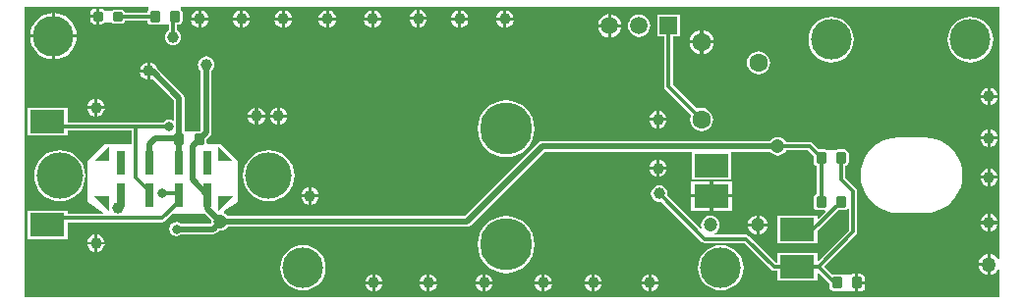
<source format=gtl>
G04 Layer_Physical_Order=1*
G04 Layer_Color=255*
%FSLAX42Y42*%
%MOMM*%
G71*
G01*
G75*
%ADD10R,3.00X2.00*%
G04:AMPARAMS|DCode=11|XSize=1mm|YSize=0.9mm|CornerRadius=0.11mm|HoleSize=0mm|Usage=FLASHONLY|Rotation=270.000|XOffset=0mm|YOffset=0mm|HoleType=Round|Shape=RoundedRectangle|*
%AMROUNDEDRECTD11*
21,1,1.00,0.68,0,0,270.0*
21,1,0.78,0.90,0,0,270.0*
1,1,0.23,-0.34,-0.39*
1,1,0.23,-0.34,0.39*
1,1,0.23,0.34,0.39*
1,1,0.23,0.34,-0.39*
%
%ADD11ROUNDEDRECTD11*%
%ADD12R,0.80X2.00*%
G04:AMPARAMS|DCode=13|XSize=0.8mm|YSize=0.8mm|CornerRadius=0.1mm|HoleSize=0mm|Usage=FLASHONLY|Rotation=180.000|XOffset=0mm|YOffset=0mm|HoleType=Round|Shape=RoundedRectangle|*
%AMROUNDEDRECTD13*
21,1,0.80,0.60,0,0,180.0*
21,1,0.60,0.80,0,0,180.0*
1,1,0.20,-0.30,0.30*
1,1,0.20,0.30,0.30*
1,1,0.20,0.30,-0.30*
1,1,0.20,-0.30,-0.30*
%
%ADD13ROUNDEDRECTD13*%
%ADD14C,0.30*%
%ADD15C,0.50*%
%ADD16C,4.50*%
%ADD17C,3.50*%
%ADD18C,1.20*%
%ADD19C,1.60*%
%ADD20C,4.00*%
%ADD21C,1.50*%
%ADD22R,1.50X1.50*%
%ADD23C,1.27*%
%ADD24C,1.00*%
%ADD25C,0.80*%
G36*
X8450Y379D02*
X8439Y375D01*
X8437Y375D01*
X8423Y393D01*
X8405Y408D01*
X8383Y417D01*
X8373Y418D01*
Y330D01*
Y242D01*
X8383Y243D01*
X8405Y252D01*
X8423Y267D01*
X8437Y285D01*
X8439Y285D01*
X8450Y281D01*
Y160D01*
Y50D01*
X8300Y50D01*
X50D01*
Y2550D01*
X1119D01*
X1120Y2548D01*
X1119Y2531D01*
X1112Y2521D01*
X1109Y2509D01*
Y2506D01*
X914D01*
X913Y2512D01*
X907Y2522D01*
X897Y2528D01*
X885Y2531D01*
X825D01*
X813Y2528D01*
X803Y2522D01*
X802Y2520D01*
X744D01*
X741Y2526D01*
X729Y2533D01*
X715Y2536D01*
X698D01*
Y2470D01*
Y2404D01*
X715D01*
X729Y2407D01*
X741Y2414D01*
X744Y2420D01*
X802D01*
X803Y2418D01*
X813Y2412D01*
X825Y2409D01*
X885D01*
X897Y2412D01*
X907Y2418D01*
X913Y2428D01*
X914Y2434D01*
X1109D01*
Y2431D01*
X1112Y2419D01*
X1119Y2409D01*
X1129Y2402D01*
X1141Y2399D01*
X1209D01*
X1219Y2401D01*
X1220Y2400D01*
X1294D01*
Y2351D01*
X1280Y2340D01*
X1269Y2325D01*
X1262Y2308D01*
X1259Y2290D01*
X1262Y2272D01*
X1269Y2255D01*
X1280Y2240D01*
X1295Y2229D01*
X1312Y2222D01*
X1330Y2219D01*
X1348Y2222D01*
X1365Y2229D01*
X1380Y2240D01*
X1391Y2255D01*
X1398Y2272D01*
X1401Y2290D01*
X1398Y2308D01*
X1391Y2325D01*
X1380Y2340D01*
X1366Y2351D01*
Y2399D01*
X1379D01*
X1391Y2402D01*
X1401Y2409D01*
X1408Y2419D01*
X1411Y2431D01*
Y2509D01*
X1408Y2521D01*
X1401Y2531D01*
X1400Y2548D01*
X1401Y2550D01*
X8450Y2550D01*
X8450Y379D01*
D02*
G37*
%LPC*%
G36*
X672Y2536D02*
X655D01*
X641Y2533D01*
X629Y2526D01*
X622Y2514D01*
X619Y2500D01*
Y2483D01*
X672D01*
Y2536D01*
D02*
G37*
G36*
X3455Y2527D02*
Y2465D01*
X3517D01*
X3516Y2472D01*
X3509Y2491D01*
X3496Y2506D01*
X3481Y2519D01*
X3462Y2526D01*
X3455Y2527D01*
D02*
G37*
G36*
X3430D02*
X3423Y2526D01*
X3405Y2519D01*
X3389Y2506D01*
X3377Y2491D01*
X3369Y2472D01*
X3368Y2465D01*
X3430D01*
Y2527D01*
D02*
G37*
G36*
X4203Y2524D02*
Y2463D01*
X4264D01*
X4263Y2470D01*
X4256Y2488D01*
X4244Y2504D01*
X4228Y2516D01*
X4210Y2523D01*
X4203Y2524D01*
D02*
G37*
G36*
X4177D02*
X4170Y2523D01*
X4152Y2516D01*
X4136Y2504D01*
X4124Y2488D01*
X4117Y2470D01*
X4116Y2463D01*
X4177D01*
Y2524D01*
D02*
G37*
G36*
X3813D02*
Y2463D01*
X3874D01*
X3873Y2470D01*
X3866Y2488D01*
X3854Y2504D01*
X3838Y2516D01*
X3820Y2523D01*
X3813Y2524D01*
D02*
G37*
G36*
X3787D02*
X3780Y2523D01*
X3762Y2516D01*
X3746Y2504D01*
X3734Y2488D01*
X3727Y2470D01*
X3726Y2463D01*
X3787D01*
Y2524D01*
D02*
G37*
G36*
X3063D02*
Y2463D01*
X3124D01*
X3123Y2470D01*
X3116Y2488D01*
X3104Y2504D01*
X3088Y2516D01*
X3070Y2523D01*
X3063Y2524D01*
D02*
G37*
G36*
X3037D02*
X3030Y2523D01*
X3012Y2516D01*
X2996Y2504D01*
X2984Y2488D01*
X2977Y2470D01*
X2976Y2463D01*
X3037D01*
Y2524D01*
D02*
G37*
G36*
X2673D02*
Y2463D01*
X2734D01*
X2733Y2470D01*
X2726Y2488D01*
X2714Y2504D01*
X2698Y2516D01*
X2680Y2523D01*
X2673Y2524D01*
D02*
G37*
G36*
X2647D02*
X2640Y2523D01*
X2622Y2516D01*
X2606Y2504D01*
X2594Y2488D01*
X2587Y2470D01*
X2586Y2463D01*
X2647D01*
Y2524D01*
D02*
G37*
G36*
X2293D02*
Y2463D01*
X2354D01*
X2353Y2470D01*
X2346Y2488D01*
X2334Y2504D01*
X2318Y2516D01*
X2300Y2523D01*
X2293Y2524D01*
D02*
G37*
G36*
X2267D02*
X2260Y2523D01*
X2242Y2516D01*
X2226Y2504D01*
X2214Y2488D01*
X2207Y2470D01*
X2206Y2463D01*
X2267D01*
Y2524D01*
D02*
G37*
G36*
X1933D02*
Y2463D01*
X1994D01*
X1993Y2470D01*
X1986Y2488D01*
X1974Y2504D01*
X1958Y2516D01*
X1940Y2523D01*
X1933Y2524D01*
D02*
G37*
G36*
X1907D02*
X1900Y2523D01*
X1882Y2516D01*
X1866Y2504D01*
X1854Y2488D01*
X1847Y2470D01*
X1846Y2463D01*
X1907D01*
Y2524D01*
D02*
G37*
G36*
X1573D02*
Y2463D01*
X1634D01*
X1633Y2470D01*
X1626Y2488D01*
X1614Y2504D01*
X1598Y2516D01*
X1580Y2523D01*
X1573Y2524D01*
D02*
G37*
G36*
X1547D02*
X1540Y2523D01*
X1522Y2516D01*
X1506Y2504D01*
X1494Y2488D01*
X1487Y2470D01*
X1486Y2463D01*
X1547D01*
Y2524D01*
D02*
G37*
G36*
X672Y2457D02*
X619D01*
Y2440D01*
X622Y2426D01*
X629Y2414D01*
X641Y2407D01*
X655Y2404D01*
X672D01*
Y2457D01*
D02*
G37*
G36*
X5105Y2490D02*
Y2403D01*
X5192D01*
X5190Y2416D01*
X5180Y2441D01*
X5164Y2462D01*
X5143Y2478D01*
X5118Y2488D01*
X5105Y2490D01*
D02*
G37*
G36*
X5079Y2490D02*
X5066Y2488D01*
X5041Y2478D01*
X5020Y2462D01*
X5004Y2441D01*
X4994Y2416D01*
X4992Y2403D01*
X5079D01*
Y2490D01*
D02*
G37*
G36*
X3517Y2440D02*
X3455D01*
Y2378D01*
X3462Y2379D01*
X3481Y2387D01*
X3496Y2399D01*
X3509Y2415D01*
X3516Y2433D01*
X3517Y2440D01*
D02*
G37*
G36*
X3430D02*
X3368D01*
X3369Y2433D01*
X3377Y2415D01*
X3389Y2399D01*
X3405Y2387D01*
X3423Y2379D01*
X3430Y2378D01*
Y2440D01*
D02*
G37*
G36*
X4264Y2437D02*
X4203D01*
Y2376D01*
X4210Y2377D01*
X4228Y2384D01*
X4244Y2396D01*
X4256Y2412D01*
X4263Y2430D01*
X4264Y2437D01*
D02*
G37*
G36*
X4177D02*
X4116D01*
X4117Y2430D01*
X4124Y2412D01*
X4136Y2396D01*
X4152Y2384D01*
X4170Y2377D01*
X4177Y2376D01*
Y2437D01*
D02*
G37*
G36*
X3874D02*
X3813D01*
Y2376D01*
X3820Y2377D01*
X3838Y2384D01*
X3854Y2396D01*
X3866Y2412D01*
X3873Y2430D01*
X3874Y2437D01*
D02*
G37*
G36*
X3787D02*
X3726D01*
X3727Y2430D01*
X3734Y2412D01*
X3746Y2396D01*
X3762Y2384D01*
X3780Y2377D01*
X3787Y2376D01*
Y2437D01*
D02*
G37*
G36*
X3124D02*
X3063D01*
Y2376D01*
X3070Y2377D01*
X3088Y2384D01*
X3104Y2396D01*
X3116Y2412D01*
X3123Y2430D01*
X3124Y2437D01*
D02*
G37*
G36*
X3037D02*
X2976D01*
X2977Y2430D01*
X2984Y2412D01*
X2996Y2396D01*
X3012Y2384D01*
X3030Y2377D01*
X3037Y2376D01*
Y2437D01*
D02*
G37*
G36*
X2734D02*
X2673D01*
Y2376D01*
X2680Y2377D01*
X2698Y2384D01*
X2714Y2396D01*
X2726Y2412D01*
X2733Y2430D01*
X2734Y2437D01*
D02*
G37*
G36*
X2647D02*
X2586D01*
X2587Y2430D01*
X2594Y2412D01*
X2606Y2396D01*
X2622Y2384D01*
X2640Y2377D01*
X2647Y2376D01*
Y2437D01*
D02*
G37*
G36*
X2354D02*
X2293D01*
Y2376D01*
X2300Y2377D01*
X2318Y2384D01*
X2334Y2396D01*
X2346Y2412D01*
X2353Y2430D01*
X2354Y2437D01*
D02*
G37*
G36*
X2267D02*
X2206D01*
X2207Y2430D01*
X2214Y2412D01*
X2226Y2396D01*
X2242Y2384D01*
X2260Y2377D01*
X2267Y2376D01*
Y2437D01*
D02*
G37*
G36*
X1994D02*
X1933D01*
Y2376D01*
X1940Y2377D01*
X1958Y2384D01*
X1974Y2396D01*
X1986Y2412D01*
X1993Y2430D01*
X1994Y2437D01*
D02*
G37*
G36*
X1907D02*
X1846D01*
X1847Y2430D01*
X1854Y2412D01*
X1866Y2396D01*
X1882Y2384D01*
X1900Y2377D01*
X1907Y2376D01*
Y2437D01*
D02*
G37*
G36*
X1634D02*
X1573D01*
Y2376D01*
X1580Y2377D01*
X1598Y2384D01*
X1614Y2396D01*
X1626Y2412D01*
X1633Y2430D01*
X1634Y2437D01*
D02*
G37*
G36*
X1547D02*
X1486D01*
X1487Y2430D01*
X1494Y2412D01*
X1506Y2396D01*
X1522Y2384D01*
X1540Y2377D01*
X1547Y2376D01*
Y2437D01*
D02*
G37*
G36*
X313Y2500D02*
Y2313D01*
X500D01*
X498Y2339D01*
X486Y2377D01*
X467Y2412D01*
X442Y2442D01*
X412Y2467D01*
X377Y2486D01*
X339Y2497D01*
X313Y2500D01*
D02*
G37*
G36*
X287D02*
X261Y2497D01*
X223Y2486D01*
X188Y2467D01*
X158Y2442D01*
X133Y2412D01*
X114Y2377D01*
X103Y2339D01*
X100Y2313D01*
X287D01*
Y2500D01*
D02*
G37*
G36*
X5346Y2486D02*
X5321Y2483D01*
X5298Y2473D01*
X5278Y2458D01*
X5263Y2438D01*
X5253Y2415D01*
X5250Y2390D01*
X5253Y2365D01*
X5263Y2342D01*
X5278Y2322D01*
X5298Y2307D01*
X5321Y2297D01*
X5346Y2294D01*
X5371Y2297D01*
X5394Y2307D01*
X5414Y2322D01*
X5429Y2342D01*
X5439Y2365D01*
X5442Y2390D01*
X5439Y2415D01*
X5429Y2438D01*
X5414Y2458D01*
X5394Y2473D01*
X5371Y2483D01*
X5346Y2486D01*
D02*
G37*
G36*
X5192Y2377D02*
X5105D01*
Y2290D01*
X5118Y2292D01*
X5143Y2302D01*
X5164Y2318D01*
X5180Y2339D01*
X5190Y2364D01*
X5192Y2377D01*
D02*
G37*
G36*
X5079D02*
X4992D01*
X4994Y2364D01*
X5004Y2339D01*
X5020Y2318D01*
X5041Y2302D01*
X5066Y2292D01*
X5079Y2290D01*
Y2377D01*
D02*
G37*
G36*
X5898Y2355D02*
Y2263D01*
X5990D01*
X5988Y2278D01*
X5977Y2303D01*
X5960Y2325D01*
X5938Y2342D01*
X5913Y2353D01*
X5898Y2355D01*
D02*
G37*
G36*
X5872D02*
X5857Y2353D01*
X5832Y2342D01*
X5810Y2325D01*
X5793Y2303D01*
X5782Y2278D01*
X5780Y2263D01*
X5872D01*
Y2355D01*
D02*
G37*
G36*
X5990Y2237D02*
X5898D01*
Y2145D01*
X5913Y2147D01*
X5938Y2158D01*
X5960Y2175D01*
X5977Y2197D01*
X5988Y2222D01*
X5990Y2237D01*
D02*
G37*
G36*
X5872D02*
X5780D01*
X5782Y2222D01*
X5793Y2197D01*
X5810Y2175D01*
X5832Y2158D01*
X5857Y2147D01*
X5872Y2145D01*
Y2237D01*
D02*
G37*
G36*
X500Y2287D02*
X313D01*
Y2100D01*
X339Y2102D01*
X377Y2114D01*
X412Y2133D01*
X442Y2158D01*
X467Y2188D01*
X486Y2223D01*
X498Y2261D01*
X500Y2287D01*
D02*
G37*
G36*
X287D02*
X100D01*
X103Y2261D01*
X114Y2223D01*
X133Y2188D01*
X158Y2158D01*
X188Y2133D01*
X223Y2114D01*
X261Y2102D01*
X287Y2100D01*
Y2287D01*
D02*
G37*
G36*
X8200Y2466D02*
X8162Y2462D01*
X8125Y2451D01*
X8091Y2433D01*
X8061Y2409D01*
X8037Y2379D01*
X8019Y2345D01*
X8008Y2308D01*
X8004Y2270D01*
X8008Y2232D01*
X8019Y2195D01*
X8037Y2161D01*
X8061Y2131D01*
X8091Y2107D01*
X8125Y2089D01*
X8162Y2078D01*
X8200Y2074D01*
X8238Y2078D01*
X8275Y2089D01*
X8309Y2107D01*
X8339Y2131D01*
X8363Y2161D01*
X8381Y2195D01*
X8392Y2232D01*
X8396Y2270D01*
X8392Y2308D01*
X8381Y2345D01*
X8363Y2379D01*
X8339Y2409D01*
X8309Y2433D01*
X8275Y2451D01*
X8238Y2462D01*
X8200Y2466D01*
D02*
G37*
G36*
X7000D02*
X6962Y2462D01*
X6925Y2451D01*
X6891Y2433D01*
X6861Y2409D01*
X6837Y2379D01*
X6819Y2345D01*
X6808Y2308D01*
X6804Y2270D01*
X6808Y2232D01*
X6819Y2195D01*
X6837Y2161D01*
X6861Y2131D01*
X6891Y2107D01*
X6925Y2089D01*
X6962Y2078D01*
X7000Y2074D01*
X7038Y2078D01*
X7075Y2089D01*
X7109Y2107D01*
X7139Y2131D01*
X7163Y2161D01*
X7181Y2195D01*
X7192Y2232D01*
X7196Y2270D01*
X7192Y2308D01*
X7181Y2345D01*
X7163Y2379D01*
X7139Y2409D01*
X7109Y2433D01*
X7075Y2451D01*
X7038Y2462D01*
X7000Y2466D01*
D02*
G37*
G36*
X1107Y2074D02*
X1100Y2073D01*
X1082Y2066D01*
X1066Y2054D01*
X1054Y2038D01*
X1047Y2020D01*
X1046Y2013D01*
X1107D01*
Y2074D01*
D02*
G37*
G36*
X6375Y2171D02*
X6349Y2167D01*
X6325Y2157D01*
X6304Y2141D01*
X6288Y2120D01*
X6278Y2096D01*
X6274Y2070D01*
X6278Y2044D01*
X6288Y2020D01*
X6304Y1999D01*
X6325Y1983D01*
X6349Y1973D01*
X6375Y1969D01*
X6401Y1973D01*
X6425Y1983D01*
X6446Y1999D01*
X6462Y2020D01*
X6472Y2044D01*
X6476Y2070D01*
X6472Y2096D01*
X6462Y2120D01*
X6446Y2141D01*
X6425Y2157D01*
X6401Y2167D01*
X6375Y2171D01*
D02*
G37*
G36*
X1107Y1987D02*
X1046D01*
X1047Y1980D01*
X1054Y1962D01*
X1066Y1946D01*
X1082Y1934D01*
X1100Y1927D01*
X1107Y1926D01*
Y1987D01*
D02*
G37*
G36*
X8373Y1854D02*
Y1793D01*
X8434D01*
X8433Y1800D01*
X8426Y1818D01*
X8414Y1834D01*
X8398Y1846D01*
X8380Y1853D01*
X8373Y1854D01*
D02*
G37*
G36*
X8347D02*
X8340Y1853D01*
X8322Y1846D01*
X8306Y1834D01*
X8294Y1818D01*
X8287Y1800D01*
X8286Y1793D01*
X8347D01*
Y1854D01*
D02*
G37*
G36*
X8434Y1767D02*
X8373D01*
Y1706D01*
X8380Y1707D01*
X8398Y1714D01*
X8414Y1726D01*
X8426Y1742D01*
X8433Y1760D01*
X8434Y1767D01*
D02*
G37*
G36*
X8347D02*
X8286D01*
X8287Y1760D01*
X8294Y1742D01*
X8306Y1726D01*
X8322Y1714D01*
X8340Y1707D01*
X8347Y1706D01*
Y1767D01*
D02*
G37*
G36*
X680Y1757D02*
Y1695D01*
X742D01*
X741Y1702D01*
X733Y1721D01*
X721Y1736D01*
X705Y1749D01*
X687Y1756D01*
X680Y1757D01*
D02*
G37*
G36*
X655D02*
X648Y1756D01*
X629Y1749D01*
X614Y1736D01*
X601Y1721D01*
X594Y1702D01*
X593Y1695D01*
X655D01*
Y1757D01*
D02*
G37*
G36*
X2253Y1684D02*
Y1623D01*
X2314D01*
X2313Y1630D01*
X2306Y1648D01*
X2294Y1664D01*
X2278Y1676D01*
X2260Y1683D01*
X2253Y1684D01*
D02*
G37*
G36*
X2227D02*
X2220Y1683D01*
X2202Y1676D01*
X2186Y1664D01*
X2174Y1648D01*
X2167Y1630D01*
X2166Y1623D01*
X2227D01*
Y1684D01*
D02*
G37*
G36*
X2063D02*
Y1623D01*
X2124D01*
X2123Y1630D01*
X2116Y1648D01*
X2104Y1664D01*
X2088Y1676D01*
X2070Y1683D01*
X2063Y1684D01*
D02*
G37*
G36*
X2037D02*
X2030Y1683D01*
X2012Y1676D01*
X1996Y1664D01*
X1984Y1648D01*
X1977Y1630D01*
X1976Y1623D01*
X2037D01*
Y1684D01*
D02*
G37*
G36*
X742Y1670D02*
X680D01*
Y1608D01*
X687Y1609D01*
X705Y1617D01*
X721Y1629D01*
X733Y1645D01*
X741Y1663D01*
X742Y1670D01*
D02*
G37*
G36*
X655D02*
X593D01*
X594Y1663D01*
X601Y1645D01*
X614Y1629D01*
X629Y1617D01*
X648Y1609D01*
X655Y1608D01*
Y1670D01*
D02*
G37*
G36*
X5523Y1654D02*
Y1593D01*
X5584D01*
X5583Y1600D01*
X5576Y1618D01*
X5564Y1634D01*
X5548Y1646D01*
X5530Y1653D01*
X5523Y1654D01*
D02*
G37*
G36*
X5497D02*
X5490Y1653D01*
X5472Y1646D01*
X5456Y1634D01*
X5444Y1618D01*
X5437Y1600D01*
X5436Y1593D01*
X5497D01*
Y1654D01*
D02*
G37*
G36*
X2314Y1597D02*
X2253D01*
Y1536D01*
X2260Y1537D01*
X2278Y1544D01*
X2294Y1556D01*
X2306Y1572D01*
X2313Y1590D01*
X2314Y1597D01*
D02*
G37*
G36*
X2227D02*
X2166D01*
X2167Y1590D01*
X2174Y1572D01*
X2186Y1556D01*
X2202Y1544D01*
X2220Y1537D01*
X2227Y1536D01*
Y1597D01*
D02*
G37*
G36*
X2124D02*
X2063D01*
Y1536D01*
X2070Y1537D01*
X2088Y1544D01*
X2104Y1556D01*
X2116Y1572D01*
X2123Y1590D01*
X2124Y1597D01*
D02*
G37*
G36*
X2037D02*
X1976D01*
X1977Y1590D01*
X1984Y1572D01*
X1996Y1556D01*
X2012Y1544D01*
X2030Y1537D01*
X2037Y1536D01*
Y1597D01*
D02*
G37*
G36*
X5584Y1567D02*
X5523D01*
Y1506D01*
X5530Y1507D01*
X5548Y1514D01*
X5564Y1526D01*
X5576Y1542D01*
X5583Y1560D01*
X5584Y1567D01*
D02*
G37*
G36*
X5497D02*
X5436D01*
X5437Y1560D01*
X5444Y1542D01*
X5456Y1526D01*
X5472Y1514D01*
X5490Y1507D01*
X5497Y1506D01*
Y1567D01*
D02*
G37*
G36*
X5695Y2485D02*
X5505D01*
Y2295D01*
X5564D01*
Y1865D01*
X5567Y1851D01*
X5575Y1840D01*
X5794Y1621D01*
X5788Y1606D01*
X5784Y1580D01*
X5788Y1554D01*
X5798Y1530D01*
X5814Y1509D01*
X5835Y1493D01*
X5859Y1483D01*
X5885Y1479D01*
X5911Y1483D01*
X5935Y1493D01*
X5956Y1509D01*
X5972Y1530D01*
X5982Y1554D01*
X5986Y1580D01*
X5982Y1606D01*
X5972Y1630D01*
X5956Y1651D01*
X5935Y1667D01*
X5911Y1677D01*
X5885Y1681D01*
X5859Y1677D01*
X5844Y1671D01*
X5636Y1880D01*
Y2295D01*
X5695D01*
Y2485D01*
D02*
G37*
G36*
X1615Y2126D02*
X1597Y2123D01*
X1580Y2116D01*
X1565Y2105D01*
X1554Y2090D01*
X1547Y2073D01*
X1544Y2055D01*
X1547Y2037D01*
X1554Y2020D01*
X1565Y2005D01*
X1569Y2002D01*
Y1484D01*
X1566Y1481D01*
X1521D01*
X1511Y1479D01*
X1510Y1480D01*
X1438D01*
X1433Y1483D01*
X1431Y1484D01*
Y1765D01*
X1427Y1783D01*
X1417Y1797D01*
X1192Y2023D01*
X1186Y2038D01*
X1174Y2054D01*
X1158Y2066D01*
X1140Y2073D01*
X1133Y2074D01*
Y2000D01*
Y1926D01*
X1140Y1927D01*
X1153Y1932D01*
X1339Y1746D01*
Y1579D01*
X1328Y1574D01*
X1323Y1577D01*
X1300Y1581D01*
X1277Y1577D01*
X1257Y1563D01*
X1252Y1556D01*
X420D01*
Y1680D01*
X80D01*
Y1440D01*
X420D01*
Y1484D01*
X974D01*
Y1371D01*
X740Y1371D01*
X593Y1218D01*
Y872D01*
X728Y778D01*
X724Y766D01*
X420D01*
Y790D01*
X80D01*
Y550D01*
X420D01*
Y694D01*
X1240D01*
X1254Y697D01*
X1265Y705D01*
X1330Y770D01*
X1605Y770D01*
X1661Y714D01*
X1659Y700D01*
X1660Y692D01*
X1651Y681D01*
X1399D01*
X1383Y692D01*
X1360Y696D01*
X1337Y692D01*
X1317Y678D01*
X1303Y658D01*
X1299Y635D01*
X1303Y612D01*
X1317Y592D01*
X1337Y578D01*
X1360Y574D01*
X1383Y578D01*
X1399Y589D01*
X1675D01*
X1693Y593D01*
X1707Y603D01*
X1726Y621D01*
X1740Y619D01*
X1761Y622D01*
X1780Y630D01*
X1797Y643D01*
X1806Y654D01*
X3860D01*
X3878Y658D01*
X3892Y668D01*
X4529Y1304D01*
X5789D01*
X5800Y1300D01*
X5800Y1291D01*
Y1060D01*
X5995D01*
X6000Y1059D01*
X6005Y1060D01*
X6140D01*
Y1291D01*
X6140Y1300D01*
X6151Y1304D01*
X6474D01*
X6483Y1293D01*
X6500Y1280D01*
X6519Y1272D01*
X6540Y1269D01*
X6561Y1272D01*
X6580Y1280D01*
X6597Y1293D01*
X6610Y1310D01*
X6612Y1314D01*
X6800D01*
X6849Y1265D01*
Y1211D01*
X6852Y1199D01*
X6859Y1189D01*
X6869Y1182D01*
X6879Y1180D01*
Y940D01*
X6869Y938D01*
X6859Y931D01*
X6852Y921D01*
X6849Y909D01*
Y831D01*
X6852Y819D01*
X6859Y809D01*
X6869Y802D01*
X6881Y799D01*
X6946D01*
X6950Y793D01*
X6952Y787D01*
X6892Y727D01*
X6880Y732D01*
Y750D01*
X6540D01*
Y510D01*
X6880D01*
Y615D01*
X7065Y799D01*
X7119D01*
X7131Y802D01*
X7141Y809D01*
X7142Y809D01*
X7154Y805D01*
Y625D01*
X6892Y362D01*
X6880Y367D01*
Y430D01*
X6540D01*
Y346D01*
X6525D01*
X6295Y575D01*
X6284Y583D01*
X6270Y586D01*
X5999D01*
X5996Y598D01*
X6000Y600D01*
X6017Y613D01*
X6030Y630D01*
X6038Y649D01*
X6041Y670D01*
X6038Y691D01*
X6030Y710D01*
X6017Y727D01*
X6000Y740D01*
X5981Y748D01*
X5960Y751D01*
X5939Y748D01*
X5920Y740D01*
X5903Y727D01*
X5890Y710D01*
X5882Y691D01*
X5879Y670D01*
X5882Y649D01*
X5884Y644D01*
X5873Y637D01*
X5588Y922D01*
X5591Y940D01*
X5588Y958D01*
X5581Y975D01*
X5570Y990D01*
X5555Y1001D01*
X5538Y1008D01*
X5520Y1011D01*
X5502Y1008D01*
X5485Y1001D01*
X5470Y990D01*
X5459Y975D01*
X5452Y958D01*
X5449Y940D01*
X5452Y922D01*
X5459Y905D01*
X5470Y890D01*
X5485Y879D01*
X5502Y872D01*
X5520Y869D01*
X5538Y872D01*
X5885Y525D01*
X5896Y517D01*
X5910Y514D01*
X6255D01*
X6485Y285D01*
X6496Y277D01*
X6510Y274D01*
X6540D01*
Y190D01*
X6880D01*
Y253D01*
X6892Y258D01*
X6984Y165D01*
Y131D01*
X6987Y119D01*
X6994Y109D01*
X7004Y102D01*
X7016Y99D01*
X7084D01*
X7094Y101D01*
X7095Y100D01*
X7167D01*
X7172Y97D01*
X7186Y94D01*
X7207D01*
Y170D01*
Y246D01*
X7186D01*
X7172Y243D01*
X7167Y240D01*
X7095D01*
X7094Y239D01*
X7084Y241D01*
X7016D01*
X7011Y240D01*
X6940Y310D01*
X7215Y585D01*
X7223Y596D01*
X7226Y610D01*
Y960D01*
X7223Y974D01*
X7215Y985D01*
X7121Y1080D01*
Y1180D01*
X7131Y1182D01*
X7141Y1189D01*
X7148Y1199D01*
X7151Y1211D01*
Y1289D01*
X7148Y1301D01*
X7141Y1311D01*
X7131Y1318D01*
X7119Y1321D01*
X7051D01*
X7041Y1319D01*
X7040Y1320D01*
X6960D01*
X6959Y1319D01*
X6949Y1321D01*
X6895D01*
X6840Y1375D01*
X6829Y1383D01*
X6815Y1386D01*
X6612D01*
X6610Y1390D01*
X6597Y1407D01*
X6580Y1420D01*
X6561Y1428D01*
X6540Y1431D01*
X6519Y1428D01*
X6500Y1420D01*
X6483Y1407D01*
X6474Y1396D01*
X4510D01*
X4492Y1392D01*
X4478Y1382D01*
X3841Y746D01*
X1806D01*
X1797Y757D01*
X1780Y770D01*
X1769Y775D01*
X1767Y789D01*
X1887Y872D01*
X1887Y1221D01*
X1737Y1371D01*
X1633Y1371D01*
X1621Y1383D01*
Y1406D01*
X1647Y1433D01*
X1657Y1447D01*
X1661Y1465D01*
Y2002D01*
X1665Y2005D01*
X1676Y2020D01*
X1683Y2037D01*
X1686Y2055D01*
X1683Y2073D01*
X1676Y2090D01*
X1665Y2105D01*
X1650Y2116D01*
X1633Y2123D01*
X1615Y2126D01*
D02*
G37*
G36*
X8373Y1494D02*
Y1433D01*
X8434D01*
X8433Y1440D01*
X8426Y1458D01*
X8414Y1474D01*
X8398Y1486D01*
X8380Y1493D01*
X8373Y1494D01*
D02*
G37*
G36*
X8347D02*
X8340Y1493D01*
X8322Y1486D01*
X8306Y1474D01*
X8294Y1458D01*
X8287Y1440D01*
X8286Y1433D01*
X8347D01*
Y1494D01*
D02*
G37*
G36*
X8434Y1407D02*
X8373D01*
Y1346D01*
X8380Y1347D01*
X8398Y1354D01*
X8414Y1366D01*
X8426Y1382D01*
X8433Y1400D01*
X8434Y1407D01*
D02*
G37*
G36*
X8347D02*
X8286D01*
X8287Y1400D01*
X8294Y1382D01*
X8306Y1366D01*
X8322Y1354D01*
X8340Y1347D01*
X8347Y1346D01*
Y1407D01*
D02*
G37*
G36*
X4200Y1746D02*
X4152Y1741D01*
X4106Y1727D01*
X4063Y1705D01*
X4026Y1674D01*
X3995Y1637D01*
X3973Y1594D01*
X3959Y1548D01*
X3954Y1500D01*
X3959Y1452D01*
X3973Y1406D01*
X3995Y1363D01*
X4026Y1326D01*
X4063Y1295D01*
X4106Y1273D01*
X4152Y1259D01*
X4200Y1254D01*
X4248Y1259D01*
X4294Y1273D01*
X4337Y1295D01*
X4374Y1326D01*
X4405Y1363D01*
X4427Y1406D01*
X4441Y1452D01*
X4446Y1500D01*
X4441Y1548D01*
X4427Y1594D01*
X4405Y1637D01*
X4374Y1674D01*
X4337Y1705D01*
X4294Y1727D01*
X4248Y1741D01*
X4200Y1746D01*
D02*
G37*
G36*
X5523Y1234D02*
Y1173D01*
X5584D01*
X5583Y1180D01*
X5576Y1198D01*
X5564Y1214D01*
X5548Y1226D01*
X5530Y1233D01*
X5523Y1234D01*
D02*
G37*
G36*
X5497D02*
X5490Y1233D01*
X5472Y1226D01*
X5456Y1214D01*
X5444Y1198D01*
X5437Y1180D01*
X5436Y1173D01*
X5497D01*
Y1234D01*
D02*
G37*
G36*
X8373Y1154D02*
Y1093D01*
X8434D01*
X8433Y1100D01*
X8426Y1118D01*
X8414Y1134D01*
X8398Y1146D01*
X8380Y1153D01*
X8373Y1154D01*
D02*
G37*
G36*
X8347D02*
X8340Y1153D01*
X8322Y1146D01*
X8306Y1134D01*
X8294Y1118D01*
X8287Y1100D01*
X8286Y1093D01*
X8347D01*
Y1154D01*
D02*
G37*
G36*
X5584Y1147D02*
X5523D01*
Y1086D01*
X5530Y1087D01*
X5548Y1094D01*
X5564Y1106D01*
X5576Y1122D01*
X5583Y1140D01*
X5584Y1147D01*
D02*
G37*
G36*
X5497D02*
X5436D01*
X5437Y1140D01*
X5444Y1122D01*
X5456Y1106D01*
X5472Y1094D01*
X5490Y1087D01*
X5497Y1086D01*
Y1147D01*
D02*
G37*
G36*
X8434Y1067D02*
X8373D01*
Y1006D01*
X8380Y1007D01*
X8398Y1014D01*
X8414Y1026D01*
X8426Y1042D01*
X8433Y1060D01*
X8434Y1067D01*
D02*
G37*
G36*
X8347D02*
X8286D01*
X8287Y1060D01*
X8294Y1042D01*
X8306Y1026D01*
X8322Y1014D01*
X8340Y1007D01*
X8347Y1006D01*
Y1067D01*
D02*
G37*
G36*
X2523Y994D02*
Y933D01*
X2584D01*
X2583Y940D01*
X2576Y958D01*
X2564Y974D01*
X2548Y986D01*
X2530Y993D01*
X2523Y994D01*
D02*
G37*
G36*
X2497D02*
X2490Y993D01*
X2472Y986D01*
X2456Y974D01*
X2444Y958D01*
X2437Y940D01*
X2436Y933D01*
X2497D01*
Y994D01*
D02*
G37*
G36*
X6145Y1045D02*
X5983D01*
Y933D01*
X6145D01*
Y1045D01*
D02*
G37*
G36*
X5957D02*
X5795D01*
Y933D01*
X5957D01*
Y1045D01*
D02*
G37*
G36*
X2155Y1316D02*
X2112Y1312D01*
X2070Y1299D01*
X2032Y1279D01*
X1999Y1251D01*
X1971Y1218D01*
X1951Y1180D01*
X1938Y1138D01*
X1934Y1095D01*
X1938Y1052D01*
X1951Y1010D01*
X1971Y972D01*
X1999Y939D01*
X2032Y911D01*
X2070Y891D01*
X2112Y878D01*
X2155Y874D01*
X2198Y878D01*
X2240Y891D01*
X2278Y911D01*
X2311Y939D01*
X2339Y972D01*
X2359Y1010D01*
X2372Y1052D01*
X2376Y1095D01*
X2372Y1138D01*
X2359Y1180D01*
X2339Y1218D01*
X2311Y1251D01*
X2278Y1279D01*
X2240Y1299D01*
X2198Y1312D01*
X2155Y1316D01*
D02*
G37*
G36*
X355D02*
X312Y1312D01*
X270Y1299D01*
X232Y1279D01*
X199Y1251D01*
X171Y1218D01*
X151Y1180D01*
X138Y1138D01*
X134Y1095D01*
X138Y1052D01*
X151Y1010D01*
X171Y972D01*
X199Y939D01*
X232Y911D01*
X270Y891D01*
X312Y878D01*
X355Y874D01*
X398Y878D01*
X440Y891D01*
X478Y911D01*
X511Y939D01*
X539Y972D01*
X559Y1010D01*
X572Y1052D01*
X576Y1095D01*
X572Y1138D01*
X559Y1180D01*
X539Y1218D01*
X511Y1251D01*
X478Y1279D01*
X440Y1299D01*
X398Y1312D01*
X355Y1316D01*
D02*
G37*
G36*
X2584Y907D02*
X2523D01*
Y846D01*
X2530Y847D01*
X2548Y854D01*
X2564Y866D01*
X2576Y882D01*
X2583Y900D01*
X2584Y907D01*
D02*
G37*
G36*
X2497D02*
X2436D01*
X2437Y900D01*
X2444Y882D01*
X2456Y866D01*
X2472Y854D01*
X2490Y847D01*
X2497Y846D01*
Y907D01*
D02*
G37*
G36*
X6145Y907D02*
X5983D01*
Y795D01*
X6145D01*
Y907D01*
D02*
G37*
G36*
X5957D02*
X5795D01*
Y795D01*
X5957D01*
Y907D01*
D02*
G37*
G36*
X7580Y1426D02*
X7529Y1422D01*
X7479Y1410D01*
X7432Y1390D01*
X7388Y1364D01*
X7349Y1331D01*
X7316Y1292D01*
X7290Y1248D01*
X7270Y1201D01*
X7258Y1151D01*
X7254Y1100D01*
X7258Y1049D01*
X7270Y999D01*
X7290Y952D01*
X7316Y908D01*
X7349Y869D01*
X7388Y836D01*
X7432Y810D01*
X7479Y790D01*
X7529Y778D01*
X7580Y774D01*
Y775D01*
X7582Y775D01*
X7802D01*
X7807Y774D01*
Y774D01*
X7858Y778D01*
X7907Y789D01*
X7955Y809D01*
X7998Y836D01*
X8037Y869D01*
X8070Y908D01*
X8097Y952D01*
X8117Y999D01*
X8129Y1049D01*
X8133Y1100D01*
X8129Y1151D01*
X8117Y1200D01*
X8097Y1248D01*
X8070Y1291D01*
X8037Y1330D01*
X7998Y1363D01*
X7955Y1390D01*
X7907Y1410D01*
X7858Y1422D01*
X7807Y1426D01*
Y1425D01*
X7580D01*
Y1426D01*
D02*
G37*
G36*
X8373Y764D02*
Y703D01*
X8434D01*
X8433Y710D01*
X8426Y728D01*
X8414Y744D01*
X8398Y756D01*
X8380Y763D01*
X8373Y764D01*
D02*
G37*
G36*
X8347D02*
X8340Y763D01*
X8322Y756D01*
X8306Y744D01*
X8294Y728D01*
X8287Y710D01*
X8286Y703D01*
X8347D01*
Y764D01*
D02*
G37*
G36*
X6383Y754D02*
Y683D01*
X6454D01*
X6453Y692D01*
X6445Y713D01*
X6431Y731D01*
X6413Y745D01*
X6392Y753D01*
X6383Y754D01*
D02*
G37*
G36*
X6357D02*
X6348Y753D01*
X6327Y745D01*
X6309Y731D01*
X6295Y713D01*
X6287Y692D01*
X6286Y683D01*
X6357D01*
Y754D01*
D02*
G37*
G36*
X8434Y677D02*
X8373D01*
Y616D01*
X8380Y617D01*
X8398Y624D01*
X8414Y636D01*
X8426Y652D01*
X8433Y670D01*
X8434Y677D01*
D02*
G37*
G36*
X8347D02*
X8286D01*
X8287Y670D01*
X8294Y652D01*
X8306Y636D01*
X8322Y624D01*
X8340Y617D01*
X8347Y616D01*
Y677D01*
D02*
G37*
G36*
X6454Y657D02*
X6383D01*
Y586D01*
X6392Y587D01*
X6413Y595D01*
X6431Y609D01*
X6445Y627D01*
X6453Y648D01*
X6454Y657D01*
D02*
G37*
G36*
X6357D02*
X6286D01*
X6287Y648D01*
X6295Y627D01*
X6309Y609D01*
X6327Y595D01*
X6348Y587D01*
X6357Y586D01*
Y657D01*
D02*
G37*
G36*
X680Y587D02*
Y525D01*
X742D01*
X741Y532D01*
X733Y551D01*
X721Y566D01*
X705Y579D01*
X687Y586D01*
X680Y587D01*
D02*
G37*
G36*
X655D02*
X648Y586D01*
X629Y579D01*
X614Y566D01*
X601Y551D01*
X594Y532D01*
X593Y525D01*
X655D01*
Y587D01*
D02*
G37*
G36*
X742Y500D02*
X680D01*
Y438D01*
X687Y439D01*
X705Y447D01*
X721Y459D01*
X733Y475D01*
X741Y493D01*
X742Y500D01*
D02*
G37*
G36*
X655D02*
X593D01*
X594Y493D01*
X601Y475D01*
X614Y459D01*
X629Y447D01*
X648Y439D01*
X655Y438D01*
Y500D01*
D02*
G37*
G36*
X8347Y418D02*
X8337Y417D01*
X8315Y408D01*
X8297Y393D01*
X8282Y375D01*
X8273Y353D01*
X8272Y343D01*
X8347D01*
Y418D01*
D02*
G37*
G36*
X4200Y746D02*
X4152Y741D01*
X4106Y727D01*
X4063Y705D01*
X4026Y674D01*
X3995Y637D01*
X3973Y594D01*
X3959Y548D01*
X3954Y500D01*
X3959Y452D01*
X3973Y406D01*
X3995Y363D01*
X4026Y326D01*
X4063Y295D01*
X4106Y273D01*
X4152Y259D01*
X4200Y254D01*
X4248Y259D01*
X4294Y273D01*
X4337Y295D01*
X4374Y326D01*
X4405Y363D01*
X4427Y406D01*
X4441Y452D01*
X4446Y500D01*
X4441Y548D01*
X4427Y594D01*
X4405Y637D01*
X4374Y674D01*
X4337Y705D01*
X4294Y727D01*
X4248Y741D01*
X4200Y746D01*
D02*
G37*
G36*
X8347Y317D02*
X8272D01*
X8273Y307D01*
X8282Y285D01*
X8297Y267D01*
X8315Y252D01*
X8337Y243D01*
X8347Y242D01*
Y317D01*
D02*
G37*
G36*
X5453Y244D02*
Y183D01*
X5514D01*
X5513Y190D01*
X5506Y208D01*
X5494Y224D01*
X5478Y236D01*
X5460Y243D01*
X5453Y244D01*
D02*
G37*
G36*
X5427D02*
X5420Y243D01*
X5402Y236D01*
X5386Y224D01*
X5374Y208D01*
X5367Y190D01*
X5366Y183D01*
X5427D01*
Y244D01*
D02*
G37*
G36*
X4963D02*
Y183D01*
X5024D01*
X5023Y190D01*
X5016Y208D01*
X5004Y224D01*
X4988Y236D01*
X4970Y243D01*
X4963Y244D01*
D02*
G37*
G36*
X4937D02*
X4930Y243D01*
X4912Y236D01*
X4896Y224D01*
X4884Y208D01*
X4877Y190D01*
X4876Y183D01*
X4937D01*
Y244D01*
D02*
G37*
G36*
X4533D02*
Y183D01*
X4594D01*
X4593Y190D01*
X4586Y208D01*
X4574Y224D01*
X4558Y236D01*
X4540Y243D01*
X4533Y244D01*
D02*
G37*
G36*
X4507D02*
X4500Y243D01*
X4482Y236D01*
X4466Y224D01*
X4454Y208D01*
X4447Y190D01*
X4446Y183D01*
X4507D01*
Y244D01*
D02*
G37*
G36*
X4023D02*
Y183D01*
X4084D01*
X4083Y190D01*
X4076Y208D01*
X4064Y224D01*
X4048Y236D01*
X4030Y243D01*
X4023Y244D01*
D02*
G37*
G36*
X3997D02*
X3990Y243D01*
X3972Y236D01*
X3956Y224D01*
X3944Y208D01*
X3937Y190D01*
X3936Y183D01*
X3997D01*
Y244D01*
D02*
G37*
G36*
X3543D02*
Y183D01*
X3604D01*
X3603Y190D01*
X3596Y208D01*
X3584Y224D01*
X3568Y236D01*
X3550Y243D01*
X3543Y244D01*
D02*
G37*
G36*
X3517D02*
X3510Y243D01*
X3492Y236D01*
X3476Y224D01*
X3464Y208D01*
X3457Y190D01*
X3456Y183D01*
X3517D01*
Y244D01*
D02*
G37*
G36*
X3073D02*
Y183D01*
X3134D01*
X3133Y190D01*
X3126Y208D01*
X3114Y224D01*
X3098Y236D01*
X3080Y243D01*
X3073Y244D01*
D02*
G37*
G36*
X3047D02*
X3040Y243D01*
X3022Y236D01*
X3006Y224D01*
X2994Y208D01*
X2987Y190D01*
X2986Y183D01*
X3047D01*
Y244D01*
D02*
G37*
G36*
X7254Y246D02*
X7233D01*
Y183D01*
X7291D01*
Y209D01*
X7288Y223D01*
X7280Y235D01*
X7268Y243D01*
X7254Y246D01*
D02*
G37*
G36*
X6050Y496D02*
X6012Y492D01*
X5975Y481D01*
X5941Y463D01*
X5911Y439D01*
X5887Y409D01*
X5869Y375D01*
X5858Y338D01*
X5854Y300D01*
X5858Y262D01*
X5869Y225D01*
X5887Y191D01*
X5911Y161D01*
X5941Y137D01*
X5975Y119D01*
X6012Y108D01*
X6050Y104D01*
X6088Y108D01*
X6125Y119D01*
X6159Y137D01*
X6189Y161D01*
X6213Y191D01*
X6231Y225D01*
X6242Y262D01*
X6246Y300D01*
X6242Y338D01*
X6231Y375D01*
X6213Y409D01*
X6189Y439D01*
X6159Y463D01*
X6125Y481D01*
X6088Y492D01*
X6050Y496D01*
D02*
G37*
G36*
X2450D02*
X2412Y492D01*
X2375Y481D01*
X2341Y463D01*
X2311Y439D01*
X2287Y409D01*
X2269Y375D01*
X2258Y338D01*
X2254Y300D01*
X2258Y262D01*
X2269Y225D01*
X2287Y191D01*
X2311Y161D01*
X2341Y137D01*
X2375Y119D01*
X2412Y108D01*
X2450Y104D01*
X2488Y108D01*
X2525Y119D01*
X2559Y137D01*
X2589Y161D01*
X2613Y191D01*
X2631Y225D01*
X2642Y262D01*
X2646Y300D01*
X2642Y338D01*
X2631Y375D01*
X2613Y409D01*
X2589Y439D01*
X2559Y463D01*
X2525Y481D01*
X2488Y492D01*
X2450Y496D01*
D02*
G37*
G36*
X5514Y157D02*
X5453D01*
Y96D01*
X5460Y97D01*
X5478Y104D01*
X5494Y116D01*
X5506Y132D01*
X5513Y150D01*
X5514Y157D01*
D02*
G37*
G36*
X5427D02*
X5366D01*
X5367Y150D01*
X5374Y132D01*
X5386Y116D01*
X5402Y104D01*
X5420Y97D01*
X5427Y96D01*
Y157D01*
D02*
G37*
G36*
X5024D02*
X4963D01*
Y96D01*
X4970Y97D01*
X4988Y104D01*
X5004Y116D01*
X5016Y132D01*
X5023Y150D01*
X5024Y157D01*
D02*
G37*
G36*
X4937D02*
X4876D01*
X4877Y150D01*
X4884Y132D01*
X4896Y116D01*
X4912Y104D01*
X4930Y97D01*
X4937Y96D01*
Y157D01*
D02*
G37*
G36*
X4594D02*
X4533D01*
Y96D01*
X4540Y97D01*
X4558Y104D01*
X4574Y116D01*
X4586Y132D01*
X4593Y150D01*
X4594Y157D01*
D02*
G37*
G36*
X4507D02*
X4446D01*
X4447Y150D01*
X4454Y132D01*
X4466Y116D01*
X4482Y104D01*
X4500Y97D01*
X4507Y96D01*
Y157D01*
D02*
G37*
G36*
X4084D02*
X4023D01*
Y96D01*
X4030Y97D01*
X4048Y104D01*
X4064Y116D01*
X4076Y132D01*
X4083Y150D01*
X4084Y157D01*
D02*
G37*
G36*
X3997D02*
X3936D01*
X3937Y150D01*
X3944Y132D01*
X3956Y116D01*
X3972Y104D01*
X3990Y97D01*
X3997Y96D01*
Y157D01*
D02*
G37*
G36*
X3604D02*
X3543D01*
Y96D01*
X3550Y97D01*
X3568Y104D01*
X3584Y116D01*
X3596Y132D01*
X3603Y150D01*
X3604Y157D01*
D02*
G37*
G36*
X3517D02*
X3456D01*
X3457Y150D01*
X3464Y132D01*
X3476Y116D01*
X3492Y104D01*
X3510Y97D01*
X3517Y96D01*
Y157D01*
D02*
G37*
G36*
X3134D02*
X3073D01*
Y96D01*
X3080Y97D01*
X3098Y104D01*
X3114Y116D01*
X3126Y132D01*
X3133Y150D01*
X3134Y157D01*
D02*
G37*
G36*
X3047D02*
X2986D01*
X2987Y150D01*
X2994Y132D01*
X3006Y116D01*
X3022Y104D01*
X3040Y97D01*
X3047Y96D01*
Y157D01*
D02*
G37*
G36*
X7291Y157D02*
X7233D01*
Y94D01*
X7254D01*
X7268Y97D01*
X7280Y105D01*
X7288Y117D01*
X7291Y131D01*
Y157D01*
D02*
G37*
%LPD*%
G36*
X1847Y1220D02*
X1720D01*
Y1347D01*
X1847Y1220D01*
D02*
G37*
G36*
X780D02*
X653D01*
X780Y1347D01*
Y1220D01*
D02*
G37*
G36*
X1720Y793D02*
Y920D01*
X1847D01*
X1720Y793D01*
D02*
G37*
G36*
X780D02*
X653Y920D01*
X780D01*
Y793D01*
D02*
G37*
D10*
X250Y1560D02*
D03*
X6710Y310D02*
D03*
Y630D02*
D03*
X5970Y920D02*
D03*
Y1180D02*
D03*
X250Y670D02*
D03*
D11*
X7050Y170D02*
D03*
X7220D02*
D03*
X7085Y1250D02*
D03*
X6915D02*
D03*
X7085Y870D02*
D03*
X6915D02*
D03*
X1555Y1410D02*
D03*
X1385D02*
D03*
X1345Y2470D02*
D03*
X1175D02*
D03*
D12*
X880Y930D02*
D03*
X1130D02*
D03*
X1380D02*
D03*
X1630D02*
D03*
Y1210D02*
D03*
X1380D02*
D03*
X1130D02*
D03*
X880D02*
D03*
D13*
X685Y2470D02*
D03*
X855D02*
D03*
D14*
X7030Y170D02*
X7050D01*
X6890Y310D02*
X7030Y170D01*
X6510Y310D02*
X6710D01*
X6270Y550D02*
X6510Y310D01*
X5910Y550D02*
X6270D01*
X5520Y940D02*
X5910Y550D01*
X6710Y310D02*
X6890D01*
X7190Y610D01*
Y960D01*
X7085Y1065D02*
X7190Y960D01*
X7085Y1065D02*
Y1250D01*
X6710Y630D02*
X6845D01*
X7085Y870D01*
X6915D02*
Y1250D01*
X6815Y1350D02*
X6915Y1250D01*
X6540Y1350D02*
X6815D01*
X1370Y940D02*
X1380Y930D01*
X1240Y940D02*
X1370D01*
X1330Y2455D02*
X1345Y2470D01*
X1330Y2290D02*
Y2455D01*
X1175Y2470D02*
X1175Y2470D01*
X855Y2470D02*
X1175D01*
X1380Y870D02*
Y930D01*
X1240Y730D02*
X1380Y870D01*
X260Y730D02*
X1240D01*
X5600Y1865D02*
Y2390D01*
Y1865D02*
X5885Y1580D01*
X1010Y1080D02*
X1130Y960D01*
Y930D02*
Y960D01*
X950Y1520D02*
X950Y1520D01*
X250Y1500D02*
X270Y1520D01*
X1300D01*
X1010Y1080D02*
Y1520D01*
D15*
X1120Y2000D02*
X1150D01*
X1385Y1765D01*
Y1410D02*
Y1765D01*
X1180Y1415D02*
X1380D01*
Y1210D02*
Y1415D01*
X1500Y1060D02*
Y1350D01*
X1615Y1465D01*
Y2055D01*
X1130Y1365D02*
X1180Y1415D01*
X1130Y1210D02*
Y1365D01*
X4510Y1350D02*
X6540D01*
X3860Y700D02*
X4510Y1350D01*
X1740Y700D02*
X3860D01*
X1500Y1060D02*
X1630Y930D01*
X1675Y635D02*
X1740Y700D01*
X1360Y635D02*
X1675D01*
X1630Y810D02*
Y930D01*
Y810D02*
X1740Y700D01*
D16*
X4200Y1500D02*
D03*
Y500D02*
D03*
D17*
X300Y2300D02*
D03*
X8200Y2270D02*
D03*
X7000D02*
D03*
X2450Y300D02*
D03*
X6050D02*
D03*
D18*
X6370Y670D02*
D03*
X5960Y670D02*
D03*
X6540Y1350D02*
D03*
X1740Y700D02*
D03*
D19*
X5885Y1580D02*
D03*
Y2250D02*
D03*
X6375Y2070D02*
D03*
D20*
X2155Y1095D02*
D03*
X355D02*
D03*
D21*
X5092Y2390D02*
D03*
X5346D02*
D03*
D22*
X5600D02*
D03*
D23*
X8360Y330D02*
D03*
D24*
X6670Y620D02*
D03*
X1120Y2000D02*
D03*
X1615Y2055D02*
D03*
X1560Y2450D02*
D03*
X1920D02*
D03*
X2280D02*
D03*
X2660D02*
D03*
X3050D02*
D03*
X4190D02*
D03*
X3800D02*
D03*
X3443Y2453D02*
D03*
X3060Y170D02*
D03*
X3530D02*
D03*
X4010D02*
D03*
X4520D02*
D03*
X4950D02*
D03*
X5440D02*
D03*
X8360Y690D02*
D03*
Y1080D02*
D03*
Y1420D02*
D03*
Y1780D02*
D03*
X2510Y920D02*
D03*
X5520Y940D02*
D03*
X1330Y2290D02*
D03*
X6000Y1130D02*
D03*
X5880Y1180D02*
D03*
X860Y820D02*
D03*
X5510Y1580D02*
D03*
Y1160D02*
D03*
X2050Y1610D02*
D03*
X2240D02*
D03*
X667Y513D02*
D03*
Y1683D02*
D03*
D25*
X1300Y1520D02*
D03*
X1240Y940D02*
D03*
X1360Y635D02*
D03*
M02*

</source>
